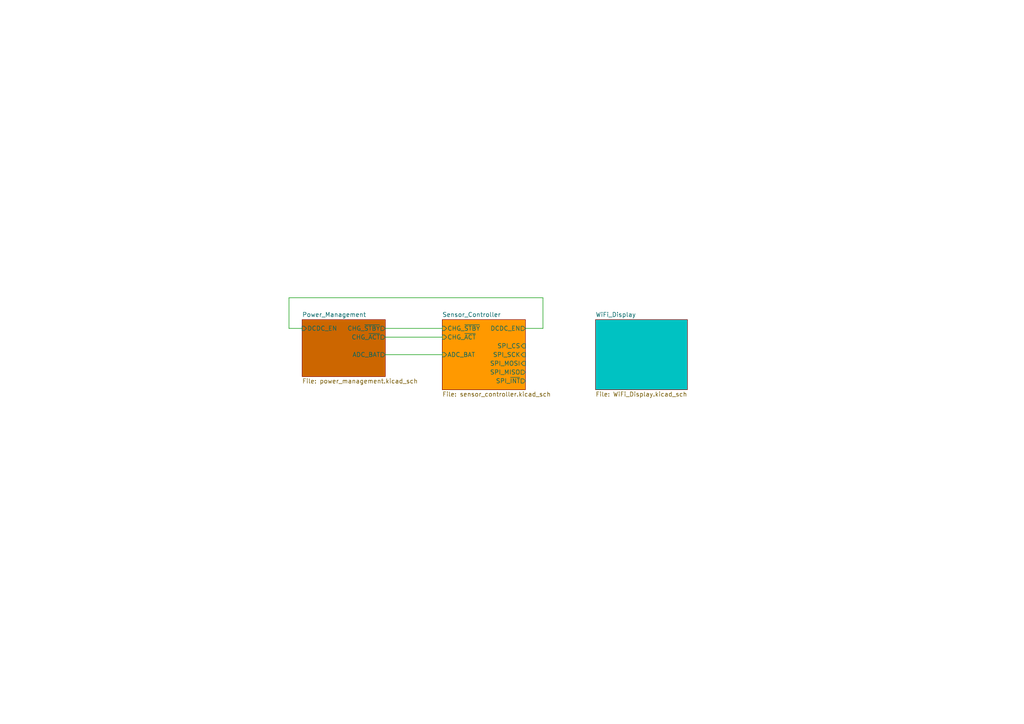
<source format=kicad_sch>
(kicad_sch (version 20211123) (generator eeschema)
  (paper "A4")
  (title_block (title "Home Sensor Tag") (rev "A0") (company "iM.Inc") (comment 1 "PRE-RELEASE"))
  (lib_symbols)
  (wire (pts (xy 111.76 97.79) (xy 128.27 97.79)))
  (wire (pts (xy 111.76 95.25) (xy 128.27 95.25)))
  (wire (pts (xy 157.48 95.25) (xy 157.48 86.36)))
  (wire (pts (xy 83.82 86.36) (xy 83.82 95.25)))
  (wire (pts (xy 83.82 95.25) (xy 87.63 95.25)))
  (wire (pts (xy 157.48 86.36) (xy 83.82 86.36)))
  (wire (pts (xy 111.76 102.87) (xy 128.27 102.87)))
  (wire (pts (xy 152.4 95.25) (xy 157.48 95.25)))
  (sheet (at 128.27 92.71) (size 24.13 20.32) (stroke (width 0.1524)) (fill (color 255 153 0 1.0000))
    (property "Sheet name" "Sensor_Controller" (at 128.27 91.9984 0) (effects (justify left bottom)))
    (property "Sheet file" "sensor_controller.kicad_sch" (at 128.27 113.6146 0) (effects (justify left top)))
    (pin "CHG_~{STBY}" input (at 128.27 95.25 180))
    (pin "ADC_BAT" input (at 128.27 102.87 180))
    (pin "DCDC_EN" output (at 152.4 95.25 0))
    (pin "SPI_CS" input (at 152.4 100.33 0))
    (pin "SPI_MOSI" input (at 152.4 105.41 0))
    (pin "SPI_MISO" output (at 152.4 107.95 0))
    (pin "CHG_~{ACT}" input (at 128.27 97.79 180))
    (pin "SPI_SCK" input (at 152.4 102.87 0))
    (pin "SPI_~{INT}" output (at 152.4 110.49 0))
  )
  (sheet (at 172.72 92.71) (size 26.67 20.32) (stroke (width 0.1524)) (fill (color 0 194 194 1.0000))
    (property "Sheet name" "WiFi_Display" (at 172.72 91.9984 0) (effects (justify left bottom)))
    (property "Sheet file" "WiFi_Display.kicad_sch" (at 172.72 113.6146 0) (effects (justify left top)))
  )
  (sheet (at 87.63 92.71) (size 24.13 16.51) (stroke (width 0.1524)) (fill (color 204 102 0 1.0000))
    (property "Sheet name" "Power_Management" (at 87.63 91.9984 0) (effects (justify left bottom)))
    (property "Sheet file" "power_management.kicad_sch" (at 87.63 109.8046 0) (effects (justify left top)))
    (pin "DCDC_EN" input (at 87.63 95.25 180))
    (pin "ADC_BAT" output (at 111.76 102.87 0))
    (pin "CHG_~{STBY}" output (at 111.76 95.25 0))
    (pin "CHG_~{ACT}" output (at 111.76 97.79 0))
  )
)
</source>
